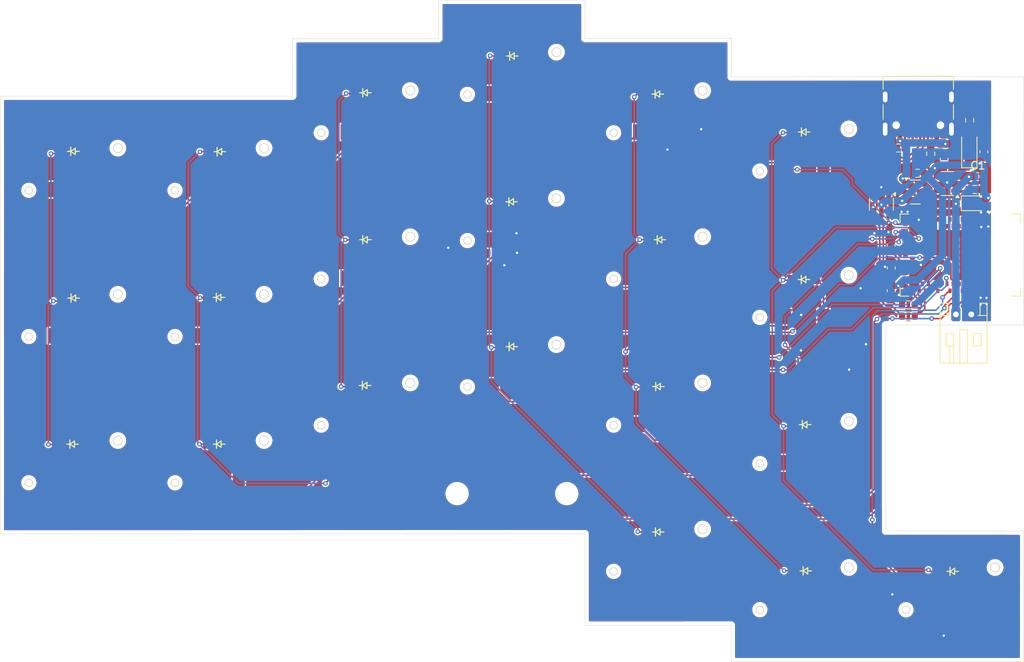
<source format=kicad_pcb>
(kicad_pcb (version 20241229) (generator "pcbnew") (generator_version "9.0")
  (layers (0 "F.Cu" signal) (2 "B.Cu" signal) (13 "F.Paste" user) (15 "B.Paste" user) (5 "F.SilkS" user "F.Silkscreen") (7 "B.SilkS" user "B.Silkscreen") (1 "F.Mask" user) (3 "B.Mask" user) (25 "Edge.Cuts" user))
  (net 0 "")
  (net 1 "Net-(D1-A)")
  (net 2 "COL0")
  (net 3 "Net-(D2-A)")
  (net 4 "COL1")
  (net 5 "COL2")
  (net 6 "Net-(D3-A)")
  (net 7 "Net-(D4-A)")
  (net 8 "COL3")
  (net 9 "COL4")
  (net 10 "Net-(D5-A)")
  (net 11 "COL5")
  (net 12 "Net-(D6-A)")
  (net 13 "Net-(D7-A)")
  (net 14 "Net-(D8-A)")
  (net 15 "Net-(D9-A)")
  (net 16 "Net-(D10-A)")
  (net 17 "Net-(D11-A)")
  (net 18 "Net-(D12-A)")
  (net 19 "Net-(D13-A)")
  (net 20 "Net-(D14-A)")
  (net 21 "Net-(D15-A)")
  (net 22 "Net-(D16-A)")
  (net 23 "Net-(D17-A)")
  (net 24 "Net-(D18-A)")
  (net 27 "GND")
  (net 28 "ROW0")
  (net 29 "ROW1")
  (net 30 "ROW2")
  (net 31 "FN")
  (net 32 "FP")
  (net 37 "+5V")
  (net 38 "USBDN")
  (net 39 "Net-(J1-CC1)")
  (net 41 "Net-(J1-CC2)")
  (net 42 "USBDP")
  (net 52 "Net-(U1-VDD)")
  (net 75 "Net-(D25-A)")
  (net 76 "Net-(D26-A)")
  (net 77 "Net-(D27-A)")
  (net 78 "ROW4")
  (net 79 "VBAT")
  (net 80 "VUSB")
  (net 81 "Net-(D29-K)")
  (net 82 "Net-(U2-PROG)")
  (net 83 "Net-(U2-STAT)")
  (footprint "ScottoKeebs_Components:Diode_SOD-123" (layer "F.Cu") (at 192.6225 124.47)
    (property "Reference" "D27" (hide yes))
    (property "Value" "D")
  )
  (footprint "PG1316S:CPG1316S01D02_kailhspecsheet_mikefive" (layer "F.Cu") (at 97.0925 110.1725)
    (property "Reference" "SW14" (hide yes))
    (property "Value" "SW_Push_3pin_GND" (hide yes))
    (fp_circle (center -5.8 2.75) (end -5.3 2.75) (stroke (width 0.1)) (fill no) (layer "Edge.Cuts"))
    (fp_circle (center 5.8 -2.75) (end 6.4 -2.75) (stroke (width 0.1)) (fill no) (layer "Edge.Cuts"))
  )
  (footprint "ScottoKeebs_Components:Diode_SOD-123" (layer "F.Cu") (at 77.9425 107.8925)
    (property "Reference" "D13" (hide yes))
    (property "Value" "D")
  )
  (footprint "Capacitor_SMD:C_0603_1608Metric" (layer "F.Cu") (at 196.6825 69.8025 90)
    (property "Reference" "C11" (hide yes))
    (property "Value" "10uF" (hide yes))
  )
  (footprint "PG1316S:CPG1316S01D02_kailhspecsheet_mikefive" (layer "F.Cu") (at 116.1425 64.5725)
    (property "Reference" "SW3" (hide yes))
    (property "Value" "SW_Push_3pin_GND" (hide yes))
    (fp_circle (center -5.8 2.75) (end -5.3 2.75) (stroke (width 0.1)) (fill no) (layer "Edge.Cuts"))
    (fp_circle (center 5.8 -2.75) (end 6.4 -2.75) (stroke (width 0.1)) (fill no) (layer "Edge.Cuts"))
  )
  (footprint "PG1316S:CPG1316S01D02_kailhspecsheet_mikefive" (layer "F.Cu") (at 173.3 126.71375)
    (property "Reference" "SW26" (hide yes))
    (property "Value" "SW_Push_3pin_GND" (hide yes))
    (fp_circle (center -5.8 2.75) (end -5.3 2.75) (stroke (width 0.1)) (fill no) (layer "Edge.Cuts"))
    (fp_circle (center 5.8 -2.75) (end 6.4 -2.75) (stroke (width 0.1)) (fill no) (layer "Edge.Cuts"))
  )
  (footprint "Connector_USB:USB_C_Receptacle_G-Switch_GT-USB-7010ASV" (layer "F.Cu") (at 188.1425 63.7275 180)
    (property "Reference" "J1" (hide yes))
    (property "Value" "USB_C_Receptacle_USB2.0_16P" (hide yes))
  )
  (footprint "Capacitor_SMD:C_0603_1608Metric" (layer "F.Cu") (at 184.6125 84.9475 90)
    (property "Reference" "C4" (hide yes))
    (property "Value" "10uF" (hide yes))
  )
  (footprint "PG1316S:CPG1316S01D02_kailhspecsheet_mikefive" (layer "F.Cu") (at 116.1425 102.6725)
    (property "Reference" "SW15" (hide yes))
    (property "Value" "SW_Push_3pin_GND" (hide yes))
    (fp_circle (center -5.8 2.75) (end -5.3 2.75) (stroke (width 0.1)) (fill no) (layer "Edge.Cuts"))
    (fp_circle (center 5.8 -2.75) (end 6.4 -2.75) (stroke (width 0.1)) (fill no) (layer "Edge.Cuts"))
  )
  (footprint "PG1316S:CPG1316S01D02_kailhspecsheet_mikefive" (layer "F.Cu") (at 135.1925 78.6225)
    (property "Reference" "SW10" (hide yes))
    (property "Value" "SW_Push_3pin_GND" (hide yes))
    (fp_circle (center -5.8 2.75) (end -5.3 2.75) (stroke (width 0.1)) (fill no) (layer "Edge.Cuts"))
    (fp_circle (center 5.8 -2.75) (end 6.4 -2.75) (stroke (width 0.1)) (fill no) (layer "Edge.Cuts"))
  )
  (footprint "Resistor_SMD:R_0603_1608Metric" (layer "F.Cu") (at 186.8475 89.7525)
    (property "Reference" "R1" (hide yes))
    (property "Value" "27" (hide yes))
  )
  (footprint "PG1316S:CPG1316S01D02_kailhspecsheet_mikefive" (layer "F.Cu") (at 173.2925 69.5725)
    (property "Reference" "SW6" (hide yes))
    (property "Value" "SW_Push_3pin_GND" (hide yes))
    (fp_circle (center -5.8 2.75) (end -5.3 2.75) (stroke (width 0.1)) (fill no) (layer "Edge.Cuts"))
    (fp_circle (center 5.8 -2.75) (end 6.4 -2.75) (stroke (width 0.1)) (fill no) (layer "Edge.Cuts"))
  )
  (footprint "ScottoKeebs_Components:Diode_SOD-123" (layer "F.Cu") (at 173.2625 67.2225)
    (property "Reference" "D6" (hide yes))
    (property "Value" "D")
  )
  (footprint "PG1316S:CPG1316S01D02_kailhspecsheet_mikefive" (layer "F.Cu") (at 154.2425 102.6725)
    (property "Reference" "SW17" (hide yes))
    (property "Value" "SW_Push_3pin_GND" (hide yes))
    (fp_circle (center -5.8 2.75) (end -5.3 2.75) (stroke (width 0.1)) (fill no) (layer "Edge.Cuts"))
    (fp_circle (center 5.8 -2.75) (end 6.4 -2.75) (stroke (width 0.1)) (fill no) (layer "Edge.Cuts"))
  )
  (footprint "Connector_JST:JST_PH_S2B-PH-K_1x02_P2.00mm_Horizontal" (layer "F.Cu") (at 193.0425 90.99)
    (property "Reference" "BT1" (hide yes))
    (property "Value" "Battery" (hide yes))
  )
  (footprint "ScottoKeebs_Components:Diode_SOD-123" (layer "F.Cu") (at 78.0925 88.8625)
    (property "Reference" "D7" (hide yes))
    (property "Value" "D")
  )
  (footprint "ScottoKeebs_Components:Diode_SOD-123" (layer "F.Cu") (at 97.1225 69.7825)
    (property "Reference" "D2" (hide yes))
    (property "Value" "D")
  )
  (footprint "ScottoKeebs_Components:Diode_SOD-123" (layer "F.Cu") (at 173.3825 105.3525)
    (property "Reference" "D18" (hide yes))
    (property "Value" "D")
  )
  (footprint "PG1316S:CPG1316S01D02_kailhspecsheet_mikefive" (layer "F.Cu") (at 192.3425 126.72)
    (property "Reference" "SW27" (hide yes))
    (property "Value" "SW_Push_3pin_GND" (hide yes))
    (fp_circle (center -5.8 2.75) (end -5.3 2.75) (stroke (width 0.1)) (fill no) (layer "Edge.Cuts"))
    (fp_circle (center 5.8 -2.75) (end 6.4 -2.75) (stroke (width 0.1)) (fill no) (layer "Edge.Cuts"))
  )
  (footprint "PG1316S:CPG1316S01D02_kailhspecsheet_mikefive" (layer "F.Cu") (at 154.2425 64.5725)
    (property "Reference" "SW5" (hide yes))
    (property "Value" "SW_Push_3pin_GND" (hide yes))
    (fp_circle (center -5.8 2.75) (end -5.3 2.75) (stroke (width 0.1)) (fill no) (layer "Edge.Cuts"))
    (fp_circle (center 5.8 -2.75) (end 6.4 -2.75) (stroke (width 0.1)) (fill no) (layer "Edge.Cuts"))
  )
  (footprint "PG1316S:CPG1316S01D02_kailhspecsheet_mikefive" (layer "F.Cu") (at 135.1925 97.6725)
    (property "Reference" "SW16" (hide yes))
    (property "Value" "SW_Push_3pin_GND" (hide yes))
    (fp_circle (center -5.8 2.75) (end -5.3 2.75) (stroke (width 0.1)) (fill no) (layer "Edge.Cuts"))
    (fp_circle (center 5.8 -2.75) (end 6.4 -2.75) (stroke (width 0.1)) (fill no) (layer "Edge.Cuts"))
  )
  (footprint "PG1316S:CPG1316S01D02_kailhspecsheet_mikefive" (layer "F.Cu") (at 154.24375 121.72)
    (property "Reference" "SW25" (hide yes))
    (property "Value" "SW_Push_3pin_GND" (hide yes))
    (fp_circle (center -5.8 2.75) (end -5.3 2.75) (stroke (width 0.1)) (fill no) (layer "Edge.Cuts"))
    (fp_circle (center 5.8 -2.75) (end 6.4 -2.75) (stroke (width 0.1)) (fill no) (layer "Edge.Cuts"))
  )
  (footprint "Package_TO_SOT_SMD:SOT-23-5" (layer "F.Cu") (at 191.9525 73.94 180)
    (property "Reference" "U2" (hide yes))
    (property "Value" "MCP73831-2-OT" (hide yes))
  )
  (footprint "PG1316S:CPG1316S01D02_kailhspecsheet_mikefive" (layer "F.Cu") (at 78.0425 91.1225)
    (property "Reference" "SW7" (hide yes))
    (property "Value" "SW_Push_3pin_GND" (hide yes))
    (fp_circle (center -5.8 2.75) (end -5.3 2.75) (stroke (width 0.1)) (fill no) (layer "Edge.Cuts"))
    (fp_circle (center 5.8 -2.75) (end 6.4 -2.75) (stroke (width 0.1)) (fill no) (layer "Edge.Cuts"))
  )
  (footprint "Capacitor_SMD:C_0603_1608Metric" (layer "F.Cu") (at 195.9025 73.03)
    (property "Reference" "C1")
    (property "Value" "4.7uF" (hide yes))
  )
  (footprint "ScottoKeebs_Components:Diode_SOD-123" (layer "F.Cu") (at 97.0225 88.7725)
    (property "Reference" "D8" (hide yes))
    (property "Value" "D")
  )
  (footprint "MountingHole:MountingHole_2.7mm_M2.5" (layer "F.Cu") (at 128.04875 114.34125)
    (property "Reference" "H1" (hide yes))
    (property "Value" "MountingHole" (hide yes))
  )
  (footprint "PG1316S:CPG1316S01D02_kailhspecsheet_mikefive" (layer "F.Cu") (at 135.1925 59.5725)
    (property "Reference" "SW4" (hide yes))
    (property "Value" "SW_Push_3pin_GND" (hide yes))
    (fp_circle (center -5.8 2.75) (end -5.3 2.75) (stroke (width 0.1)) (fill no) (layer "Edge.Cuts"))
    (fp_circle (center 5.8 -2.75) (end 6.4 -2.75) (stroke (width 0.1)) (fill no) (layer "Edge.Cuts"))
  )
  (footprint "Resistor_SMD:R_0603_1608Metric" (layer "F.Cu") (at 188.0525 72.6025 180)
    (property "Reference" "R11" (hide yes))
    (property "Value" "2k" (hide yes))
  )
  (footprint "PG1316S:CPG1316S01D02_kailhspecsheet_mikefive" (layer "F.Cu") (at 173.2925 88.6225)
    (property "Reference" "SW12" (hide yes))
    (property "Value" "SW_Push_3pin_GND" (hide yes))
    (fp_circle (center -5.8 2.75) (end -5.3 2.75) (stroke (width 0.1)) (fill no) (layer "Edge.Cuts"))
    (fp_circle (center 5.8 -2.75) (end 6.4 -2.75) (stroke (width 0.1)) (fill no) (layer "Edge.Cuts"))
  )
  (footprint "ScottoKeebs_Components:Diode_SOD-123" (layer "F.Cu") (at 173.48 124.41375)
    (property "Reference" "D26" (hide yes))
    (property "Value" "D")
  )
  (footprint "Diode_SMD:D_SOD-123" (layer "F.Cu") (at 194.7925 69.52 90)
    (property "Reference" "D28" (hide yes))
    (property "Value" "MBR0540" (hide yes))
  )
  (footprint "PG1316S:CPG1316S01D02_kailhspecsheet_mikefive" (layer "F.Cu") (at 116.1425 83.6225)
    (property "Reference" "SW9" (hide yes))
    (property "Value" "SW_Push_3pin_GND" (hide yes))
    (fp_circle (center -5.8 2.75) (end -5.3 2.75) (stroke (width 0.1)) (fill no) (layer "Edge.Cuts"))
    (fp_circle (center 5.8 -2.75) (end 6.4 -2.75) (stroke (width 0.1)) (fill no) (layer "Edge.Cuts"))
  )
  (footprint "Resistor_SMD:R_0603_1608Metric" (layer "F.Cu") (at 195.4925 74.7125)
    (property "Reference" "R12" (hide yes))
    (property "Value" "0.47k" (hide yes))
  )
  (footprint "ScottoKeebs_Components:Diode_SOD-123" (layer "F.Cu") (at 173.2425 86.4425)
    (property "Reference" "D12" (hide yes))
    (property "Value" "D")
  )
  (footprint "Resistor_SMD:R_0603_1608Metric" (layer "F.Cu") (at 185.5425 69.3125)
    (property "Reference" "R4" (hide yes))
    (property "Value" "5k1" (hide yes))
  )
  (footprint "PG1316S:CPG1316S01D02_kailhspecsheet_mikefive" (layer "F.Cu") (at 78.0425 72.0725)
    (property "Reference" "SW1" (hide yes))
    (property "Value" "SW_Push_3pin_GND" (hide yes))
    (fp_circle (center -5.8 2.75) (end -5.3 2.75) (stroke (width 0.1)) (fill no) (layer "Edge.Cuts"))
    (fp_circle (center 5.8 -2.75) (end 6.4 -2.75) (stroke (width 0.1)) (fill no) (layer "Edge.Cuts"))
  )
  (footprint "ScottoKeebs_Components:Diode_SOD-123" (layer "F.Cu") (at 135.1425 76.3125)
    (property "Reference" "D10" (hide yes))
    (property "Value" "D")
  )
  (footprint "Resistor_SMD:R_0603_1608Metric" (layer "F.Cu") (at 189.7525 70.0525 90)
    (property "Reference" "R3" (hide yes))
    (property "Value" "5k1")
  )
  (footprint "PG1316S:CPG1316S01D02_kailhspecsheet_mikefive" (layer "F.Cu") (at 154.2425 83.6225)
    (property "Reference" "SW11" (hide yes))
    (property "Value" "SW_Push_3pin_GND" (hide yes))
    (fp_circle (center -5.8 2.75) (end -5.3 2.75) (stroke (width 0.1)) (fill no) (layer "Edge.Cuts"))
    (fp_circle (center 5.8 -2.75) (end 6.4 -2.75) (stroke (width 0.1)) (fill no) (layer "Edge.Cuts"))
  )
  (footprint "ScottoKeebs_Components:Diode_SOD-123" (layer "F.Cu") (at 154.2725 100.3925)
    (property "Reference" "D17" (hide yes))
    (property "Value" "D")
  )
  (footprint "Capacitor_SMD:C_0603_1608Metric" (layer "F.Cu") (at 184.6025 81.9775 90)
    (property "Reference" "C2" (hide yes))
    (property "Value" "10uF" (hide yes))
  )
  (footprint "Resistor_SMD:R_0603_1608Metric" (layer "F.Cu") (at 194.8425 65.6925 90)
    (property "Reference" "R7" (hide yes))
    (property "Value" "10k" (hide yes))
  )
  (footprint "ScottoKeebs_Components:Diode_SOD-123" (layer "F.Cu") (at 135.1725 95.1925)
    (property "Reference" "D16" (hide yes))
    (property "Value" "D" (hide yes))
  )
  (footprint "PG1316S:CPG1316S01D02_kailhspecsheet_mikefive" (layer "F.Cu") (at 173.2925 107.6725)
    (property "Reference" "SW18" (hide yes))
    (property "Value" "SW_Push_3pin_GND" (hide yes))
    (fp_circle (center -5.8 2.75) (end -5.3 2.75) (stroke (width 0.1)) (fill no) (layer "Edge.Cuts"))
    (fp_circle (center 5.8 -2.75) (end 6.4 -2.75) (stroke (width 0.1)) (fill no) (layer "Edge.Cuts"))
  )
  (footprint "ScottoKeebs_Components:Diode_SOD-123" (layer "F.Cu") (at 135.2425 57.3225)
    (property "Reference" "D4" (hide yes))
    (property "Value" "D")
  )
  (footprint "PG1316S:CPG1316S01D02_kailhspecsheet_mikefive" (layer "F.Cu") (at 97.0925 72.0725)
    (property "Reference" "SW2" (hide yes))
    (property "Value" "SW_Push_3pin_GND" (hide yes))
    (fp_circle (center -5.8 2.75) (end -5.3 2.75) (stroke (width 0.1)) (fill no) (layer "Edge.Cuts"))
    (fp_circle (center 5.8 -2.75) (end 6.4 -2.75) (stroke (width 0.1)) (fill no) (layer "Edge.Cuts"))
  )
  (footprint "PG1316S:CPG1316S01D02_kailhspecsheet_mikefive" (layer "F.Cu") (at 78.0425 110.1725)
    (property "Reference" "SW13" (hide yes))
    (property "Value" "SW_Push_3pin_GND" (hide yes))
    (fp_circle (center -5.8 2.75) (end -5.3 2.75) (stroke (width 0.1)) (fill no) (layer "Edge.Cuts"))
    (fp_circle (center 5.8 -2.75) (end 6.4 -2.75) (stroke (width 0.1)) (fill no) (layer "Edge.Cuts"))
  )
  (footprint "ScottoKeebs_Components:Diode_SOD-123" (layer "F.Cu") (at 116.0525 100.2525)
    (property "Reference" "D15" (hide yes))
    (property "Value" "D")
  )
  (footprint "MountingHole:MountingHole_2.7mm_M2.5" (layer "F.Cu") (at 142.33625 114.34125)
    (property "Reference" "H2" (hide yes))
    (property "Value" "MountingHole" (hide yes))
  )
  (footprint "ScottoKeebs_Components:Diode_SOD-123" (layer "F.Cu") (at 97.0425 107.8925)
    (property "Reference" "D14" (hide yes))
    (property "Value" "D")
  )
  (footprint "PG1316S:CPG1316S01D02_kailhspecsheet_mikefive" (layer "F.Cu") (at 97.0925 91.1225)
    (property "Reference" "SW8" (hide yes))
    (property "Value" "SW_Push_3pin_GND" (hide yes))
    (fp_circle (center -5.8 2.75) (end -5.3 2.75) (stroke (width 0.1)) (fill no) (layer "Edge.Cuts"))
    (fp_circle (center 5.8 -2.75) (end 6.4 -2.75) (stroke (width 0.1)) (fill no) (layer "Edge.Cuts"))
  )
  (footprint "ScottoKeebs_Components:Diode_SOD-123" (layer "F.Cu") (at 154.2425 119.34125)
    (property "Reference" "D25" (hide yes))
    (property "Value" "D")
  )
  (footprint "RF_Module:Raytac_MDBT50Q" (layer "F.Cu") (at 193.6225 83.26 -90)
    (property "Reference" "U1" (hide yes))
    (property "Value" "MDBT50Q-1MV2" (hide yes))
  )
  (footprint "ScottoKeebs_Components:Diode_SOD-123" (layer "F.Cu") (at 116.1025 62.1125)
    (property "Reference" "D3" (hide yes))
    (property "Value" "D")
  )
  (footprint "ScottoKeebs_Components:Diode_SOD-123" (layer "F.Cu") (at 116.1025 81.2525)
    (property "Reference" "D9" (hide yes))
    (property "Value" "D")
  )
  (footprint "Capacitor_SMD:C_0603_1608Metric" (layer "F.Cu") (at 184.6125 87.9025 -90)
    (property "Reference" "C3" (hide yes))
    (property "Value" "10uF" (hide yes))
  )
  (footprint "ScottoKeebs_Components:Diode_SOD-123" (layer "F.Cu") (at 154.4725 81.2625)
    (property "Reference" "D11" (hide yes))
    (property "Value" "D")
  )
  (footprint "ScottoKeebs_Components:Diode_SOD-123" (layer "F.Cu") (at 78.0525 69.7425)
    (property "Reference" "D1" (hide yes))
    (property "Value" "D" (hide yes))
  )
  (footprint "ScottoKeebs_Components:Diode_SOD-123" (layer "F.Cu") (at 154.1925 62.2825)
    (property "Reference" "D5" (hide yes))
    (property "Value" "D")
  )
  (footprint "Package_TO_SOT_SMD:SOT-23-6" (layer "F.Cu") (at 183.3325 76.6425 -90)
    (property "Reference" "U4" (hide yes))
    (property "Value" "USBLC6-2SC6" (hide yes))
  )
  (footprint "Package_TO_SOT_SMD:SOT-23" (layer "F.Cu") (at 187.7625 75.04)
    (property "Reference" "Q1" (hide yes))
    (property "Value" "AO3401A" (hide yes))
  )
  (footprint "LED_SMD:LED_0805_2012Metric" (layer "F.Cu") (at 195.42 76.51)
    (property "Reference" "D29" (hide yes))
    (property "Value" "Orange" (hide yes))
  )
  (footprint "Resistor_SMD:R_0603_1608Metric" (layer "F.Cu") (at 186.8525 91.2125)
    (property "Reference" "R2" (hide yes))
    (property "Value" "27" (hide yes))
  )
  (footprint "Capacitor_SMD:C_0603_1608Metric" (layer "F.Cu") (at 191.5125 70.7675 90)
    (property "Reference" "C22" (hide yes))
    (property "Value" "4.7uF" (hide yes))
  )
  (gr_line (start 144.7175 119.57625) (end 68.512495 119.600037) (stroke (width 0.05)) (layer "Edge.Cuts"))
  (gr_line (start 201.8675 136.245) (end 201.897191 119.217633) (stroke (width 0.05)) (layer "Edge.Cuts"))
  (gr_line (start 183.8925 92.3725) (end 201.846982 92.3725) (stroke (width 0.05)) (layer "Edge.Cuts"))
  (gr_line (start 125.6675 50.0475) (end 144.7125 50.0475) (stroke (width 0.05)) (layer "Edge.Cuts"))
  (gr_line (start 125.6625 55.0525) (end 106.6175 55.0525) (stroke (width 0.05)) (layer "Edge.Cuts"))
  (gr_line (start 163.7675 136.245) (end 163.7675 131.4825) (stroke (width 0.05)) (layer "Edge.Cuts"))
  (gr_line (start 144.7175 131.4825) (end 144.7175 119.57625) (stroke (width 0.05)) (layer "Edge.Cuts"))
  (gr_line (start 68.5225 62.5475) (end 68.512495 119.600037) (stroke (width 0.05)) (layer "Edge.Cuts"))
  (gr_line (start 144.7125 50.0475) (end 144.7125 55.0425) (stroke (width 0.05)) (layer "Edge.Cuts"))
  (gr_line (start 201.896982 119.217492) (end 183.8925 119.2125) (stroke (width 0.05)) (layer "Edge.Cuts"))
  (gr_line (start 163.7675 131.4825) (end 144.7175 131.4825) (stroke (width 0.05)) (layer "Edge.Cuts"))
  (gr_line (start 201.8675 136.245) (end 163.7675 136.245) (stroke (width 0.05)) (layer "Edge.Cuts"))
  (gr_line (start 201.842678 60.021408) (end 201.846982 92.3725) (stroke (width 0.05)) (layer "Edge.Cuts"))
  (gr_line (start 144.7125 55.0425) (end 163.7625 55.0425) (stroke (width 0.05)) (layer "Edge.Cuts"))
  (gr_line (start 163.7625 55.0425) (end 163.7625 60.0525) (stroke (width 0.05)) (layer "Edge.Cuts"))
  (gr_line (start 183.8925 119.2125) (end 183.8925 92.3725) (stroke (width 0.05)) (layer "Edge.Cuts"))
  (gr_line (start 163.7625 60.0525) (end 201.842678 60.021408) (stroke (width 0.05)) (layer "Edge.Cuts"))
  (gr_line (start 68.6625 62.5475) (end 68.5225 62.5475) (stroke (width 0.05)) (layer "Edge.Cuts"))
  (gr_line (start 106.6175 62.5475) (end 106.6175 55.0525) (stroke (width 0.05)) (layer "Edge.Cuts"))
  (gr_line (start 68.6625 62.5475) (end 106.6175 62.5475) (stroke (width 0.05)) (layer "Edge.Cuts"))
  (gr_line (start 125.6625 55.0525) (end 125.6675 50.0475) (stroke (width 0.05)) (layer "Edge.Cuts"))
  (segment (start 79.7025 69.7425) (end 79.7025 74.6125) (width 0.2) (layer "F.Cu") (net 1))
  (segment (start 74.4665 109.7185) (end 74.4665 114.1235) (width 0.2) (layer "F.Cu") (net 2))
  (segment (start 191.13 91.5325) (end 189.8925 91.5325) (width 0.2) (layer "F.Cu") (net 2))
  (segment (start 181.5515 117.621) (end 181.5515 117.501057) (width 0.2) (layer "F.Cu") (net 2))
  (segment (start 192.1415 89.811) (end 192.3625 89.59) (width 0.2) (layer "F.Cu") (net 2))
  (segment (start 193.5125 89.59) (end 193.8525 89.25) (width 0.2) (layer "F.Cu") (net 2))
  (segment (start 76.2925 107.8925) (end 74.4665 109.7185) (width 0.2) (layer "F.Cu") (net 2))
  (segment (start 76.2425 107.9425) (end 76.2925 107.8925) (width 0.2) (layer "F.Cu") (net 2))
  (segment (start 74.7825 107.9425) (end 76.2425 107.9425) (width 0.2) (layer "F.Cu") (net 2))
  (segment (start 192.3625 89.59) (end 193.5125 89.59) (width 0.2) (layer "F.Cu") (net 2))
  (segment (start 104.7435 114.8715) (end 107.516699 117.644699) (width 0.2) (layer "F.Cu") (net 2))
  (segment (start 76.0625 89.2425) (end 76.4425 88.8625) (width 0.2) (layer "F.Cu") (net 2))
  (segment (start 181.527801 117.644699) (end 181.5515 117.621) (width 0.2) (layer "F.Cu") (net 2))
  (segment (start 193.8525 89.25) (end 193.8525 88.83) (width 0.2) (layer "F.Cu") (net 2))
  (segment (start 182.0235 117.149) (end 183.2525 115.92) (width 0.2) (layer "F.Cu") (net 2))
  (segment (start 183.2525 115.92) (end 183.2525 92.152558) (width 0.2) (layer "F.Cu") (net 2))
  (segment (start 193.8725 88.81) (end 193.8725 87.91) (width 0.2) (layer "F.Cu") (net 2))
  (segment (start 75.2145 114.8715) (end 104.7435 114.8715) (width 0.2) (layer "F.Cu") (net 2))
  (segment (start 76.1025 70.0425) (end 76.4025 69.7425) (width 0.2) (layer "F.Cu") (net 2))
  (segment (start 181.903557 117.149) (end 182.0235 117.149) (width 0.2) (layer "F.Cu") (net 2))
  (segment (start 192.1415 90.521) (end 192.1415 89.811) (width 0.2) (layer "F.Cu") (net 2))
  (segment (start 183.2525 92.152558) (end 183.872558 91.5325) (width 0.2) (layer "F.Cu") (net 2))
  (segment (start 192.1415 90.521) (end 191.13 91.5325) (width 0.2) (layer "F.Cu") (net 2))
  (segment (start 74.4665 114.1235) (end 75.2145 114.8715) (width 0.2) (layer "F.Cu") (net 2))
  (segment (start 181.5515 117.501057) (end 181.903557 117.149) (width 0.2) (layer "F.Cu") (net 2))
  (segment (start 183.872558 91.5325) (end 184.762928 91.5325) (width 0.2) (layer "F.Cu") (net 2))
  (segment (start 107.516699 117.644699) (end 181.527801 117.644699) (width 0.2) (layer "F.Cu") (net 2))
  (segment (start 193.8525 88.83) (end 193.8725 88.81) (width 0.2) (layer "F.Cu") (net 2))
  (segment (start 75.1225 70.0425) (end 76.1025 70.0425) (width 0.2) (layer "F.Cu") (net 2))
  (segment (start 75.4425 89.2425) (end 76.0625 89.2425) (width 0.2) (layer "F.Cu") (net 2))
  (via (at 184.762928 91.5325) (size 0.6) (drill 0.3) (layers "F.Cu" "B.Cu") (net 2))
  (via (at 75.4425 89.2425) (size 0.6) (drill 0.3) (layers "F.Cu" "B.Cu") (net 2))
  (via (at 74.7825 107.9425) (size 0.6) (drill 0.3) (layers "F.Cu" "B.Cu") (net 2))
  (via (at 189.8925 91.5325) (size 0.6) (drill 0.3) (layers "F.Cu" "B.Cu") (net 2))
  (via (at 75.1225 70.0425) (size 0.6) (drill 0.3) (layers "F.Cu" "B.Cu") (net 2))
  (segment (start 75.4425 89.2425) (end 75.1225 88.9225) (width 0.2) (layer "B.Cu") (net 2))
  (segment (start 74.7825 89.9025) (end 75.4425 89.2425) (width 0.2) (layer "B.Cu") (net 2))
  (segment (start 75.1225 88.9225) (end 75.1225 70.0425) (width 0.2) (layer "B.Cu") (net 2))
  (segment (start 184.762928 91.5325) (end 189.8925 91.5325) (width 0.2) (layer "B.Cu") (net 2))
  (segment (start 74.7825 107.9425) (end 74.7825 89.9025) (width 0.2) (layer "B.Cu") (net 2))
  (segment (start 99.5925 74.7225) (end 99.5925 70.6025) (width 0.2) (layer "F.Cu") (net 3))
  (segment (start 99.5925 70.6025) (end 98.7725 69.7825) (width 0.2) (layer "F.Cu") (net 3))
  (segment (start 191.5415 89.8439) (end 191.5415 90.169528) (width 0.2) (layer "F.Cu") (net 4))
  (segment (start 110.8925 113) (end 111.9325 111.96) (width 0.2) (layer "F.Cu") (net 4))
  (segment (start 182.4025 113.75) (end 182.4025 91.949226) (width 0.2) (layer "F.Cu") (net 4))
  (segment (start 111.9325 111.96) (end 160.7225 111.96) (width 0.2) (layer "F.Cu") (net 4))
  (segment (start 95.4725 69.7825) (end 94.5525 69.7825) (width 0.2) (layer "F.Cu") (net 4))
  (segment (start 94.5725 88.8225) (end 95.3225 88.8225) (width 0.2) (layer "F.Cu") (net 4))
  (segment (start 160.7225 111.96) (end 164.5925 115.83) (width 0.2) (layer "F.Cu") (net 4))
  (segment (start 94.4725 107.8925) (end 95.3925 107.8925) (width 0.2) (layer "F.Cu") (net 4))
  (segment (start 193.0725 88.3129) (end 191.5415 89.8439) (width 0.2) (layer "F.Cu") (net 4))
  (segment (start 182.4025 91.949226) (end 182.7525 91.599226) (width 0.2) (layer "F.Cu") (net 4))
  (segment (start 164.5925 115.83) (end 180.3225 115.83) (width 0.2) (layer "F.Cu") (net 4))
  (segment (start 94.5525 69.7825) (end 94.5425 69.7925) (width 0.2) (layer "F.Cu") (net 4))
  (segment (start 180.3225 115.83) (end 182.4025 113.75) (width 0.2) (layer "F.Cu") (net 4))
  (segment (start 95.3225 88.8225) (end 95.3725 88.7725) (width 0.2) (layer "F.Cu") (net 4))
  (segment (start 193.0725 87.91) (end 193.0725 88.3129) (width 0.2) (layer "F.Cu") (net 4))
  (via (at 110.8925 113) (size 0.6) (drill 0.3) (layers "F.Cu" "B.Cu") (net 4))
  (via (at 94.5425 69.7925) (size 0.6) (drill 0.3) (layers "F.Cu" "B.Cu") (net 4))
  (via (at 94.5725 88.8225) (size 0.6) (drill 0.3) (layers "F.Cu" "B.Cu") (net 4))
  (via (at 182.7525 91.599226) (size 0.6) (drill 0.3) (layers "F.Cu" "B.Cu") (net 4))
  (via (at 191.5415 90.169528) (size 0.6) (drill 0.3) (layers "F.Cu" "B.Cu") (net 4))
  (via (at 94.4725 107.8925) (size 0.6) (drill 0.3) (layers "F.Cu" "B.Cu") (net 4))
  (segment (start 94.5425 69.7925) (end 93.0225 71.3125) (width 0.2) (layer "B.Cu") (net 4))
  (segment (start 183.419226 90.9325) (end 190.778528 90.9325) (width 0.2) (layer "B.Cu") (net 4))
  (segment (start 99.58 113) (end 94.4725 107.8925) (width 0.2) (layer "B.Cu") (net 4))
  (segment (start 182.7525 91.599226) (end 183.419226 90.9325) (width 0.2) (layer "B.Cu") (net 4))
  (segment (start 94.5725 88.8225) (end 94.2415 89.1535) (width 0.2) (layer "B.Cu") (net 4))
  (segment (start 94.2415 89.1535) (end 94.2415 107.6615) (width 0.2) (layer "B.Cu") (net 4))
  (segment (start 110.8925 113) (end 99.58 113) (width 0.2) (layer "B.Cu") (net 4))
  (segment (start 93.0225 71.3125) (end 93.0225 87.2725) (width 0.2) (layer "B.Cu") (net 4))
  (segment (start 94.2415 107.6615) (end 94.4725 107.8925) (width 0.2) (layer "B.Cu") (net 4))
  (segment (start 190.778528 90.9325) (end 191.5415 90.169528) (width 0.2) (layer "B.Cu") (net 4))
  (segment (start 93.0225 87.2725) (end 94.5725 88.8225) (width 0.2) (layer "B.Cu") (net 4))
  (segment (start 192.6725 86.631622) (end 192.3925 86.351622) (width 0.2) (layer "F.Cu") (net 5))
  (segment (start 113.5825 62.2025) (end 114.4825 62.2025) (width 0.2) (layer "F.Cu") (net 5))
  (segment (start 192.6725 87.01) (end 192.6725 86.631622) (width 0.2) (layer "F.Cu") (net 5))
  (segment (start 192.3925 84.4) (end 191.5625 83.57) (width 0.2) (layer "F.Cu") (net 5))
  (segment (start 192.3925 86.351622) (end 192.3925 84.4) (width 0.2) (layer "F.Cu") (net 5))
  (segment (start 171.62 93.3225) (end 123.1 93.3225) (width 0.2) (layer "F.Cu") (net 5))
  (segment (start 113.4825 81.2825) (end 114.4225 81.2825) (width 0.2) (layer "F.Cu") (net 5))
  (segment (start 123.1 93.3225) (end 116.17 100.2525) (width 0.2) (layer "F.Cu") (net 5))
  (segment (start 112.9325 100.3925) (end 114.2625 100.3925) (width 0.2) (layer "F.Cu") (net 5))
  (segment (start 191.5625 83.57) (end 188.3325 83.57) (width 0.2) (layer "F.Cu") (net 5))
  (segment (start 114.4825 62.2025) (end 114.5025 62.1825) (width 0.2) (layer "F.Cu") (net 5))
  (segment (start 114.4225 81.2825) (end 114.4525 81.2525) (width 0.2) (layer "F.Cu") (net 5))
  (segment (start 114.2625 100.3925) (end 114.4025 100.2525) (width 0.2) (layer "F.Cu") (net 5))
  (segment (start 171.7425 93.2) (end 171.62 93.3225) (width 0.2) (layer "F.Cu") (net 5))
  (segment (start 116.17 100.2525) (end 114.4025 100.2525) (width 0.2) (layer "F.Cu") (net 5))
  (via (at 188.3325 83.57) (size 0.6) (drill 0.3) (layers "F.Cu" "B.Cu") (net 5))
  (via (at 171.7425 93.2) (size 0.6) (drill 0.3) (layers "F.Cu" "B.Cu") (net 5))
  (via (at 113.5825 62.2025) (size 0.6) (drill 0.3) (layers "F.Cu" "B.Cu") (net 5))
  (via (at 112.9325 100.3925) (size 0.6) (drill 0.3) (layers "F.Cu" "B.Cu") (net 5))
  (via (at 113.4825 81.2825) (size 0.6) (drill 0.3) (layers "F.Cu" "B.Cu") (net 5))
  (segment (start 112.9325 81.8325) (end 113.4825 81.2825) (width 0.2) (layer "B.Cu") (net 5))
  (segment (start 112.6525 63.1325) (end 113.5825 62.2025) (width 0.2) (layer "B.Cu") (net 5))
  (segment (start 177.869 87.0735) (end 171.7425 93.2) (width 0.2) (layer "B.Cu") (net 5))
  (segment (start 112.9325 100.3925) (end 112.9325 81.8325) (width 0.2) (layer "B.Cu") (net 5))
  (segment (start 112.6525 80.4525) (end 112.6525 63.1325) (width 0.2) (layer "B.Cu") (net 5))
  (segment (start 179.589971 87.0735) (end 177.869 87.0735) (width 0.2) (layer "B.Cu") (net 5))
  (segment (start 183.093471 83.57) (end 179.589971 87.0735) (width 0.2) (layer "B.Cu") (net 5))
  (segment (start 113.4825 81.2825) (end 112.6525 80.4525) (width 0.2) (layer "B.Cu") (net 5))
  (segment (start 188.3325 83.57) (end 183.093471 83.57) (width 0.2) (layer "B.Cu") (net 5))
  (segment (start 117.8025 62.1825) (end 117.8025 64.8325) (width 0.2) (layer "F.Cu") (net 6))
  (segment (start 118.6425 65.6725) (end 117.8025 64.8325) (width 0.2) (layer "F.Cu") (net 6))
  (segment (start 118.6425 67.2225) (end 118.6425 65.6725) (width 0.2) (layer "F.Cu") (net 6))
  (segment (start 137.6925 62.2225) (end 137.6925 61.2525) (width 0.2) (layer "F.Cu") (net 7))
  (segment (start 137.6925 61.2525) (end 136.7425 60.3025) (width 0.2) (layer "F.Cu") (net 7))
  (segment (start 136.7425 57.4725) (end 136.8925 57.3225) (width 0.2) (layer "F.Cu") (net 7))
  (segment (start 136.7425 60.3025) (end 136.7425 57.4725) (width 0.2) (layer "F.Cu") (net 7))
  (segment (start 132.2425 76.2425) (end 133.4225 76.2425) (width 0.2) (layer "F.Cu") (net 8))
  (segment (start 133.4225 76.2425) (end 133.4925 76.3125) (width 0.2) (layer "F.Cu") (net 8))
  (segment (start 133.5925 57.3225) (end 132.3925 57.3225) (width 0.2) (layer "F.Cu") (net 8))
  (segment (start 191.8725 87.01) (end 191.8725 86.34) (width 0.2) (layer "F.Cu") (net 8))
  (segment (start 152.5925 119.34125) (end 151.64375 119.34125) (width 0.2) (layer "F.Cu") (net 8))
  (segment (start 151.64375 119.34125) (end 151.5925 119.29) (width 0.2) (layer "F.Cu") (net 8))
  (segment (start 133.4225 95.2925) (end 133.5225 95.1925) (width 0.2) (layer "F.Cu") (net 8))
  (segment (start 132.5125 95.2925) (end 133.4225 95.2925) (width 0.2) (layer "F.Cu") (net 8))
  (segment (start 132.3925 57.3225) (end 132.3525 57.2825) (width 0.2) (layer "F.Cu") (net 8))
  (segment (start 191.8725 86.34) (end 191.7925 86.26) (width 0.2) (layer "F.Cu") (net 8))
  (segment (start 170.5325 98.21) (end 142.4625 98.21) (width 0.2) (layer "F.Cu") (net 8))
  (segment (start 142.4625 98.21) (end 138.544 94.2915) (width 0.2) (layer "F.Cu") (net 8))
  (segment (start 138.544 94.2915) (end 134.4235 94.2915) (width 0.2) (layer "F.Cu") (net 8))
  (segment (start 134.4235 94.2915) (end 133.5225 95.1925) (width 0.2) (layer "F.Cu") (net 8))
  (via (at 151.5925 119.29) (size 0.6) (drill 0.3) (layers "F.Cu" "B.Cu") (net 8))
  (via (at 170.5325 98.21) (size 0.6) (drill 0.3) (layers "F.Cu" "B.Cu") (net 8))
  (via (at 132.2425 76.2425) (size 0.6) (drill 0.3) (layers "F.Cu" "B.Cu") (net 8))
  (via (at 132.3525 57.2825) (size 0.6) (drill 0.3) (layers "F.Cu" "B.Cu") (net 8))
  (via (at 132.5125 95.2925) (size 0.6) (drill 0.3) (layers "F.Cu" "B.Cu") (net 8))
  (via (at 191.7925 86.26) (size 0.6) (drill 0.3) (layers "F.Cu" "B.Cu") (net 8))
  (segment (start 151.5925 119.29) (end 151.5925 118.835) (width 0.2) (layer "B.Cu") (net 8))
  (segment (start 176.424943 92.95) (end 179.4625 92.95) (width 0.2) (layer "B.Cu") (net 8))
  (segment (start 170.5325 98.21) (end 171.164943 98.21) (width 0.2) (layer "B.Cu") (net 8))
  (segment (start 132.2425 76.2425) (end 132.2425 95.0225) (width 0.2) (layer "B.Cu") (net 8))
  (segment (start 182.3135 90.099) (end 188.5535 90.099) (width 0.2) (layer "B.Cu") (net 8))
  (segment (start 188.5535 90.099) (end 190.8225 87.83) (width 0.2) (layer "B.Cu") (net 8))
  (segment (start 171.164943 98.21) (end 176.424943 92.95) (width 0.2) (layer "B.Cu") (net 8))
  (segment (start 132.5125 99.755) (end 132.5125 95.2925) (width 0.2) (layer "B.Cu") (net 8))
  (segment (start 191.2225 87.83) (end 191.7925 87.26) (width 0.2) (layer "B.Cu") (net 8))
  (segment (start 132.2425 57.3925) (end 132.2425 76.2425) (width 0.2) (layer "B.Cu") (net 8))
  (segment (start 132.2425 95.0225) (end 132.5125 95.2925) (width 0.2) (layer "B.Cu") (net 8))
  (segment (start 190.8225 87.83) (end 191.2225 87.83) (width 0.2) (layer "B.Cu") (net 8))
  (segment (start 132.3525 57.2825) (end 132.2425 57.3925) (width 0.2) (layer "B.Cu") (net 8))
  (segment (start 191.7925 87.26) (end 191.7925 86.26) (width 0.2) (layer "B.Cu") (net 8))
  (segment (start 179.4625 92.95) (end 182.3135 90.099) (width 0.2) (layer "B.Cu") (net 8))
  (segment (start 151.5925 118.835) (end 132.5125 99.755) (width 0.2) (layer "B.Cu") (net 8))
  (segment (start 151.4925 62.2825) (end 151.1225 62.6525) (width 0.2) (layer "F.Cu") (net 9))
  (segment (start 190.994607 84.972107) (end 190.994607 84.987893) (width 0.2) (layer "F.Cu") (net 9))
  (segment (start 151.8425 81.2525) (end 152.8125 81.2525) (width 0.2) (layer "F.Cu") (net 9))
  (segment (start 170.6425 124.38) (end 171.79625 124.38) (width 0.2) (layer "F.Cu") (net 9))
  (segment (start 171.79625 124.38) (end 171.83 124.41375) (width 0.2) (layer "F.Cu") (net 9))
  (segment (start 150.481 95.3715) (end 150.0025 95.85) (width 0.2) (layer "F.Cu") (net 9))
  (segment (start 170.0125 96.59) (end 163.112 96.59) (width 0.2) (layer "F.Cu") (net 9))
  (segment (start 163.112 96.59) (end 161.8935 95.3715) (width 0.2) (layer "F.Cu") (net 9))
  (segment (start 152.5625 100.4525) (end 152.6225 100.3925) (width 0.2) (layer "F.Cu") (net 9))
  (segment (start 151.3725 100.4525) (end 152.5625 100.4525) (width 0.2) (layer "F.Cu") (net 9))
  (segment (start 189.4725 86.51) (end 189.4725 87.01) (width 0.2) (layer "F.Cu") (net 9))
  (segment (start 152.8125 81.2525) (end 152.8225 81.2625) (width 0.2) (layer "F.Cu") (net 9))
  (segment (start 161.8935 95.3715) (end 150.481 95.3715) (width 0.2) (layer "F.Cu") (net 9))
  (segment (start 190.994607 84.987893) (end 189.4725 86.51) (width 0.2) (layer "F.Cu") (net 9))
  (segment (start 152.5425 62.2825) (end 151.4925 62.2825) (width 0.2) (layer "F.Cu") (net 9))
  (via (at 151.1225 62.6525) (size 0.6) (drill 0.3) (layers "F.Cu" "B.Cu") (net 9))
  (via (at 150.0025 95.85) (size 0.6) (drill 0.3) (layers "F.Cu" "B.Cu") (net 9))
  (via (at 170.0125 96.59) (size 0.6) (drill 0.3) (layers "F.Cu" "B.Cu") (net 9))
  (via (at 151.3725 100.4525) (size 0.6) (drill 0.3) (layers "F.Cu" "B.Cu") (net 9))
  (via (at 151.8425 81.2525) (size 0.6) (drill 0.3) (layers "F.Cu" "B.Cu") (net 9))
  (via (at 170.6425 124.38) (size 0.6) (drill 0.3) (layers "F.Cu" "B.Cu") (net 9))
  (via (at 190.994607 84.972107) (size 0.6) (drill 0.3) (layers "F.Cu" "B.Cu") (net 9))
  (segment (start 150.0025 99.0825) (end 151.3725 100.4525) (width 0.2) (layer "B.Cu") (net 9))
  (segment (start 190.994607 84.972107) (end 190.994607 85.407893) (width 0.2) (layer "B.Cu") (net 9))
  (segment (start 150.0025 83.0925) (end 150.0025 95.85) (width 0.2) (layer "B.Cu") (net 9))
  (segment (start 151.3725 105.11) (end 170.6425 124.38) (width 0.2) (layer "B.Cu") (net 9))
  (segment (start 190.994607 85.407893) (end 186.7045 89.698) (width 0.2) (layer "B.Cu") (net 9))
  (segment (start 151.1225 80.5325) (end 151.8425 81.2525) (width 0.2) (layer "B.Cu") (net 9))
  (segment (start 151.8425 81.2525) (end 150.0025 83.0925) (width 0.2) (layer "B.Cu") (net 9))
  (segment (start 150.0025 95.85) (end 150.0025 99.0825) (width 0.2) (layer "B.Cu") (net 9))
  (segment (start 151.1225 62.6525) (end 151.1225 80.5325) (width 0.2) (layer "B.Cu") (net 9))
  (segment (start 151.3725 100.4525) (end 151.3725 105.11) (width 0.2) (layer "B.Cu") (net 9))
  (segment (start 176.9045 89.698) (end 170.0125 96.59) (width 0.2) (layer "B.Cu") (net 9))
  (segment (start 186.7045 89.698) (end 176.9045 89.698) (width 0.2) (layer "B.Cu") (net 9))
  (segment (start 156.7425 67.2225) (end 156.7425 63.1825) (width 0.2) (layer "F.Cu") (net 10))
  (segment (start 156.7425 63.1825) (end 155.8425 62.2825) (width 0.2) (layer "F.Cu") (net 10))
  (segment (start 189.6525 124.47) (end 189.4625 124.28) (width 0.2) (layer "F.Cu") (net 11))
  (segment (start 171.5325 105.5525) (end 171.7325 105.3525) (width 0.2) (layer "F.Cu") (net 11))
  (segment (start 170.5825 105.5525) (end 171.5325 105.5525) (width 0.2) (layer "F.Cu") (net 11))
  (segment (start 188.2225 81.11) (end 187.5225 81.11) (width 0.2) (layer "F.Cu") (net 11))
  (segment (start 190.9725 124.47) (end 189.6525 124.47) (width 0.2) (layer "F.Cu") (net 11))
  (segment (start 170.5225 86.5325) (end 171.5025 86.5325) (width 0.2) (layer "F.Cu") (net 11))
  (segment (start 170.5125 67.3025) (end 171.5325 67.3025) (width 0.2) (layer "F.Cu") (net 11))
  (segment (start 171.5325 67.3025) (end 171.6125 67.2225) (width 0.2) (layer "F.Cu") (net 11))
  (segment (start 187.5225 81.11) (end 187.3725 81.26) (width 0.2) (layer "F.Cu") (net 11))
  (segment (start 171.5025 86.5325) (end 171.5925 86.4425) (width 0.2) (layer "F.Cu") (net 11))
  (via (at 170.5825 105.5525) (size 0.6) (drill 0.3) (layers "F.Cu" "B.Cu") (net 11))
  (via (at 189.4625 124.28) (size 0.6) (drill 0.3) (layers "F.Cu" "B.Cu") (net 11))
  (via (at 170.5125 67.3025) (size 0.6) (drill 0.3) (layers "F.Cu" "B.Cu") (net 11))
  (via (at 188.2225 81.11) (size 0.6) (drill 0.3) (layers "F.Cu" "B.Cu") (net 11))
  (via (at 170.5225 86.5325) (size 0.6) (drill 0.3) (layers "F.Cu" "B.Cu") (net 11))
  (segment (start 169.0325 85.0425) (end 169.0325 68.7825) (width 0.2) (layer "B.Cu") (net 11))
  (segment (start 189.4625 124.28) (end 182.2525 124.28) (width 0.2) (layer "B.Cu") (net 11))
  (segment (start 170.5225 86.5325) (end 169.0325 85.0425) (width 0.2) (layer "B.Cu") (net 11))
  (segment (start 170.5825 105.5525) (end 169.1125 104.0825) (width 0.2) (layer "B.Cu") (net 11))
  (segment (start 169.1125 104.0825) (end 169.1125 87.9425) (width 0.2) (layer "B.Cu") (net 11))
  (segment (start 170.5225 86.5325) (end 177.385 79.67) (width 0.2) (layer "B.Cu") (net 11))
  (segment (start 169.0325 68.7825) (end 170.5125 67.3025) (width 0.2) (layer "B.Cu") (net 11))
  (segment (start 170.5825 112.61) (end 170.5825 105.5525) (width 0.2) (layer "B.Cu") (net 11))
  (segment (start 186.7825 79.67) (end 188.2225 81.11) (width 0.2) (layer "B.Cu") (net 11))
  (segment (start 177.385 79.67) (end 186.7825 79.67) (width 0.2) (layer "B.Cu") (net 11))
  (segment (start 182.2525 124.28) (end 170.5825 112.61) (width 0.2) (layer "B.Cu") (net 11))
  (segment (start 169.1125 87.9425) (end 170.5225 86.5325) (width 0.2) (layer "B.Cu") (net 11))
  (segment (start 175.7925 72.2225) (end 175.7925 68.1025) (width 0.2) (layer "F.Cu") (net 12))
  (segment (start 175.7925 68.1025) (end 174.9125 67.2225) (width 0.2) (layer "F.Cu") (net 12))
  (segment (start 80.5425 89.6625) (end 79.7425 88.8625) (width 0.2) (layer "F.Cu") (net 13))
  (segment (start 80.5425 93.7725) (end 80.5425 89.6625) (width 0.2) (layer "F.Cu") (net 13))
  (segment (start 99.5925 93.7725) (end 99.5925 89.6925) (width 0.2) (layer "F.Cu") (net 14))
  (segment (start 99.5925 89.6925) (end 98.6725 88.7725) (width 0.2) (layer "F.Cu") (net 14))
  (segment (start 118.6425 82.1425) (end 117.7525 81.2525) (width 0.2) (layer "F.Cu") (net 15))
  (segment (start 118.6425 86.2725) (end 118.6425 82.1425) (width 0.2) (layer "F.Cu") (net 15))
  (segment (start 137.6925 77.2125) (end 136.7925 76.3125) (width 0.2) (layer "F.Cu") (net 16))
  (segment (start 137.6925 81.2725) (end 137.6925 77.2125) (width 0.2) (layer "F.Cu") (net 16))
  (segment (start 156.7425 86.2725) (end 156.7425 81.8825) (width 0.2) (layer "F.Cu") (net 17))
  (segment (start 156.7425 81.8825) (end 156.1225 81.2625) (width 0.2) (layer "F.Cu") (net 17))
  (segment (start 175.7925 91.2725) (end 175.7925 87.3425) (width 0.2) (layer "F.Cu") (net 18))
  (segment (start 175.7925 87.3425) (end 174.8925 86.4425) (width 0.2) (layer "F.Cu") (net 18))
  (segment (start 80.5425 108.8425) (end 79.5925 107.8925) (width 0.2) (layer "F.Cu") (net 19))
  (segment (start 80.5425 112.8225) (end 80.5425 108.8425) (width 0.2) (layer "F.Cu") (net 19))
  (segment (start 99.5925 108.7925) (end 98.6925 107.8925) (width 0.2) (layer "F.Cu") (net 20))
  (segment (start 99.5925 112.8225) (end 99.5925 108.7925) (width 0.2) (layer "F.Cu") (net 20))
  (segment (start 118.6425 101.1925) (end 117.7025 100.2525) (width 0.2) (layer "F.Cu") (net 21))
  (segment (start 118.6425 105.3225) (end 118.6425 101.1925) (width 0.2) (layer "F.Cu") (net 21))
  (segment (start 137.6925 96.0625) (end 136.8225 95.1925) (width 0.2) (layer "F.Cu") (net 22))
  (segment (start 137.6925 100.3225) (end 137.6925 96.0625) (width 0.2) (layer "F.Cu") (net 22))
  (segment (start 156.7425 101.2125) (end 155.9225 100.3925) (width 0.2) (layer "F.Cu") (net 23))
  (segment (start 156.7425 105.3225) (end 156.7425 101.2125) (width 0.2) (layer "F.Cu") (net 23))
  (segment (start 175.0325 105.3525) (end 175.7925 106.1125) (width 0.2) (layer "F.Cu") (net 24))
  (segment (start 175.7925 110.3225) (end 175.7925 106.1125) (width 0.2) (layer "F.Cu") (net 24))
  (via (at 155.4525 69.51) (size 0.6) (drill 0.3) (layers "F.Cu" "B.Cu") (net 27))
  (via (at 184.2525 80.27) (size 0.6) (drill 0.3) (layers "F.Cu" "B.Cu") (net 27))
  (via (at 197.2025 77.61) (size 0.6) (drill 0.3) (layers "F.Cu" "B.Cu") (net 27))
  (via (at 126.8925 82.3) (size 0.6) (drill 0.3) (layers "F.Cu" "B.Cu") (net 27))
  (via (at 183.3225 74.42) (size 0.6) (drill 0.3) (layers "F.Cu" "B.Cu") (net 27))
  (via (at 191.4625 132.85) (size 0.6) (drill 0.3) (layers "F.Cu" "B.Cu") (net 27))
  (via (at 172.8825 91.05) (size 0.6) (drill 0.3) (layers "F.Cu" "B.Cu") (net 27))
  (via (at 196.2525 89.72) (size 0.6) (drill 0.3) (layers "F.Cu" "B.Cu") (net 27))
  (via (at 186.7425 77.6125) (size 0.6) (drill 0.3) (layers "F.Cu" "B.Cu") (net 27))
  (via (at 188.2025 78.66) (size 0.6) (drill 0.3) (layers "F.Cu" "B.Cu") (net 27))
  (via (at 196.2625 88.82) (size 0.6) (drill 0.3) (layers "F.Cu" "B.Cu") (net 27))
  (via (at 179.1225 98.19) (size 0.6) (drill 0.3) (layers "F.Cu" "B.Cu") (net 27))
  (via (at 135.7825 80.42) (size 0.6) (drill 0.3) (layers "F.Cu" "B.Cu") (net 27))
  (via (at 197.2625 79.5325) (size 0.6) (drill 0.3) (layers "F.Cu" "B.Cu") (net 27))
  (via (at 196.3025 77.71) (size 0.6) (drill 0.3) (layers "F.Cu" "B.Cu") (net 27))
  (via (at 184.7525 127.47) (size 0.6) (drill 0.3) (layers "F.Cu" "B.Cu") (net 27))
  (via (at 188.4725 84.53) (size 0.6) (drill 0.3) (layers "F.Cu" "B.Cu") (net 27))
  (via (at 134.2025 84.58) (size 0.6) (drill 0.3) (layers "F.Cu" "B.Cu") (net 27))
  (via (at 159.8525 66.86) (size 0.6) (drill 0.3) (layers "F.Cu" "B.Cu") (net 27))
  (via (at 197.0325 88.84) (size 0.6) (drill 0.3) (layers "F.Cu" "B.Cu") (net 27))
  (via (at 185.9625 77.6125) (size 0.6) (drill 0.3) (layers "F.Cu" "B.Cu") (net 27))
  (via (at 183.8025 84.7825) (size 0.6) (drill 0.3) (layers "F.Cu" "B.Cu") (net 27))
  (via (at 180.6225 87.59) (size 0.6) (drill 0.3) (layers "F.Cu" "B.Cu") (net 27))
  (via (at 197.0325 89.65) (size 0.6) (drill 0.3) (layers "F.Cu" "B.Cu") (net 27))
  (via (at 196.3525 79.6025) (size 0.6) (drill 0.3) (layers "F.Cu" "B.Cu") (net 27))
  (via (at 185.6025 88.4625) (size 0.6) (drill 0.3) (layers "F.Cu" "B.Cu") (net 27))
  (via (at 181.3225 94.87) (size 0.6) (drill 0.3) (layers "F.Cu" "B.Cu") (net 27))
  (via (at 172.8425 95.6825) (size 0.6) (drill 0.3) (layers "F.Cu" "B.Cu") (net 27))
  (via (at 191.9025 73.8) (size 0.6) (drill 0.3) (layers "F.Cu" "B.Cu") (net 27))
  (via (at 135.8525 82.97) (size 0.6) (drill 0.3) (layers "F.Cu" "B.Cu") (net 27))
  (via (at 182.4225 80.41) (size 0.6) (drill 0.3) (layers "F.Cu" "B.Cu") (net 27))
  (segment (start 75.5425 74.7225) (end 77.5915 76.7715) (width 0.2) (layer "F.Cu") (net 28))
  (segment (start 172.3625 72.1) (end 170.915 72.1) (width 0.2) (layer "F.Cu") (net 28))
  (segment (start 94.5925 74.7225) (end 95.8935 76.0235) (width 0.2) (layer "F.Cu") (net 28))
  (segment (start 132.6925 62.2225) (end 139.7415 69.2715) (width 0.2) (layer "F.Cu") (net 28))
  (segment (start 156.3935 71.8735) (end 166.38445 71.8735) (width 0.2) (layer "F.Cu") (net 28))
  (segment (start 170.915 72.1) (end 170.7925 72.2225) (width 0.2) (layer "F.Cu") (net 28))
  (segment (start 106.9435 76.0235) (end 113.6425 69.3245) (width 0.2) (layer "F.Cu") (net 28))
  (segment (start 113.6425 67.2225) (end 114.9435 68.5235) (width 0.2) (layer "F.Cu") (net 28))
  (segment (start 185.3825 79.26) (end 185.1625 79.04) (width 0.2) (layer "F.Cu") (net 28))
  (segment (start 166.38445 71.8735) (end 167.03645 71.2215) (width 0.2) (layer "F.Cu") (net 28))
  (segment (start 95.8935 76.0235) (end 106.9435 76.0235) (width 0.2) (layer "F.Cu") (net 28))
  (segment (start 186.4725 79.26) (end 185.3825 79.26) (width 0.2) (layer "F.Cu") (net 28))
  (segment (start 149.6935 69.2715) (end 151.7425 67.2225) (width 0.2) (layer "F.Cu") (net 28))
  (segment (start 113.6425 69.3245) (end 113.6425 67.2225) (width 0.2) (layer "F.Cu") (net 28))
  (segment (start 169.7915 71.2215) (end 170.7925 72.2225) (width 0.2) (layer "F.Cu") (net 28))
  (segment (start 77.5915 76.7715) (end 92.5435 76.7715) (width 0.2) (layer "F.Cu") (net 28))
  (segment (start 131.4915 63.4235) (end 132.6925 62.2225) (width 0.2) (layer "F.Cu") (net 28))
  (segment (start 139.7415 69.2715) (end 149.6935 69.2715) (width 0.2) (layer "F.Cu") (net 28))
  (segment (start 151.7425 67.2225) (end 156.3935 71.8735) (width 0.2) (layer "F.Cu") (net 28))
  (segment (start 128.3895 63.4235) (end 131.4915 63.4235) (width 0.2) (layer "F.Cu") (net 28))
  (segment (start 167.03645 71.2215) (end 169.7915 71.2215) (width 0.2) (layer "F.Cu") (net 28))
  (segment (start 92.5435 76.7715) (end 94.5925 74.7225) (width 0.2) (layer "F.Cu") (net 28))
  (segment (start 114.9435 68.5235) (end 123.2895 68.5235) (width 0.2) (layer "F.Cu") (net 28))
  (segment (start 123.2895 68.5235) (end 128.3895 63.4235) (width 0.2) (layer "F.Cu") (net 28))
  (via (at 185.1625 79.04) (size 0.6) (drill 0.3) (layers "F.Cu" "B.Cu") (net 28))
  (via (at 172.3625 72.1) (size 0.6) (drill 0.3) (layers "F.Cu" "B.Cu") (net 28))
  (segment (start 172.3825 72.12) (end 178.2625 72.12) (width 0.2) (layer "B.Cu") (net 28))
  (segment (start 184.552214 79.04) (end 179.5425 74.030286) (width 0.2) (layer "B.Cu") (net 28))
  (segment (start 179.5425 74.030286) (end 179.5425 73.4) (width 0.2) (layer "B.Cu") (net 28))
  (segment (start 185.1625 79.04) (end 184.552214 79.04) (width 0.2) (layer "B.Cu") (net 28))
  (segment (start 172.3825 72.12) (end 172.3625 72.1) (width 0.2) (layer "B.Cu") (net 28))
  (segment (start 179.5425 73.4) (end 178.2625 72.12) (width 0.2) (layer "B.Cu") (net 28))
  (segment (start 93.2915 95.0735) (end 76.8435 95.0735) (width 0.2) (layer "F.Cu") (net 29))
  (segment (start 157.9435 92.4735) (end 169.5915 92.4735) (width 0.2) (layer "F.Cu") (net 29))
  (segment (start 132.6925 83.4225) (end 128.5415 87.5735) (width 0.2) (layer "F.Cu") (net 29))
  (segment (start 186.3825 79.97) (end 186.4725 80.06) (width 0.2) (layer "F.Cu") (net 29))
  (segment (start 106.9435 95.0735) (end 113.6425 88.3745) (width 0.2) (layer "F.Cu") (net 29))
  (segment (start 185.66935 80.27) (end 185.96935 79.97) (width 0.2) (layer "F.Cu") (net 29))
  (segment (start 95.8935 95.0735) (end 106.9435 95.0735) (width 0.2) (layer "F.Cu") (net 29))
  (segment (start 128.5415 87.5735) (end 114.9435 87.5735) (width 0.2) (layer "F.Cu") (net 29))
  (segment (start 94.5925 93.7725) (end 95.8935 95.0735) (width 0.2) (layer "F.Cu") (net 29))
  (segment (start 185.1925 80.27) (end 185.66935 80.27) (width 0.2) (layer "F.Cu") (net 29))
  (segment (start 76.8435 95.0735) (end 75.5425 93.7725) (width 0.2) (layer "F.Cu") (net 29))
  (segment (start 169.5915 92.4735) (end 170.7925 91.2725) (width 0.2) (layer "F.Cu") (net 29))
  (segment (start 132.6925 81.2725) (end 132.6925 83.4225) (width 0.2) (layer "F.Cu") (net 29))
  (segment (start 94.5925 93.7725) (end 93.2915 95.0735) (width 0.2) (layer "F.Cu") (net 29))
  (segment (start 150.5415 87.4735) (end 138.8935 87.4735) (width 0.2) (layer "F.Cu") (net 29))
  (segment (start 113.6425 88.3745) (end 113.6425 86.2725) (width 0.2) (layer "F.Cu") (net 29))
  (segment (start 151.7425 86.2725) (end 150.5415 87.4735) (width 0.2) (layer "F.Cu") (net 29))
  (segment (start 151.7425 86.2725) (end 157.9435 92.4735) (width 0.2) (layer "F.Cu") (net 29))
  (segment (start 138.8935 87.4735) (end 132.6925 81.2725) (width 0.2) (layer "F.Cu") (net 29))
  (segment (start 170.7925 91.2725) (end 170.7925 88.8705) (width 0.2) (layer "F.Cu") (net 29))
  (segment (start 185.96935 79.97) (end 186.3825 79.97) (width 0.2) (layer "F.Cu") (net 29))
  (segment (start 178.502675 81.160325) (end 182.144982 81.160325) (width 0.2) (layer "F.Cu") (net 29))
  (segment (start 170.7925 88.8705) (end 178.502675 81.160325) (width 0.2) (layer "F.Cu") (net 29))
  (segment (start 114.9435 87.5735) (end 113.6425 86.2725) (width 0.2) (layer "F.Cu") (net 29))
  (via (at 182.144982 81.160325) (size 0.6) (drill 0.3) (layers "F.Cu" "B.Cu") (net 29))
  (via (at 185.1925 80.27) (size 0.6) (drill 0.3) (layers "F.Cu" "B.Cu") (net 29))
  (segment (start 185.1925 80.27) (end 185.1825 80.28) (width 0.2) (layer "B.Cu") (net 29))
  (segment (start 183.952175 81.160325) (end 182.144982 81.160325) (width 0.2) (layer "B.Cu") (net 29))
  (segment (start 183.992065 81.120435) (end 183.952175 81.160325) (width 0.2) (layer "B.Cu") (net 29))
  (segment (start 185.1825 80.28) (end 185.1825 80.75685) (width 0.2) (layer "B.Cu") (net 29))
  (segment (start 184.818915 81.120435) (end 183.992065 81.120435) (width 0.2) (layer "B.Cu") (net 29))
  (segment (start 185.1825 80.75685) (end 184.818915 81.120435) (width 0.2) (layer "B.Cu") (net 29))
  (segment (start 153.7915 107.3715) (end 151.7425 105.3225) (width 0.2) (layer "F.Cu") (net 30))
  (segment (start 170.7925 110.3225) (end 167.8415 107.3715) (width 0.2) (layer "F.Cu") (net 30))
  (segment (start 119.7185 106.6235) (end 114.9435 106.6235) (width 0.2) (layer "F.Cu") (net 30))
  (segment (start 167.8415 107.3715) (end 153.7915 107.3715) (width 0.2) (layer "F.Cu") (net 30))
  (segment (start 76.8425 114.1225) (end 75.5425 112.8225) (width 0.2) (layer "F.Cu") (net 30))
  (segment (start 132.6925 100.3225) (end 131.4915 101.5235) (width 0.2) (layer "F.Cu") (net 30))
  (segment (start 134.7225 102.3525) (end 132.6925 100.3225) (width 0.2) (layer "F.Cu") (net 30))
  (segment (start 94.5925 112.8225) (end 93.2925 114.1225) (width 0.2) (layer "F.Cu") (net 30))
  (segment (start 185.5925 81.310081) (end 186.042581 80.86) (width 0.2) (layer "F.Cu") (net 30))
  (segment (start 186.042581 80.86) (end 186.4725 80.86) (width 0.2) (layer "F.Cu") (net 30))
  (segment (start 170.778235 94.975735) (end 172.4835 96.681) (width 0.2) (layer "F.Cu") (net 30))
  (segment (start 172.4835 108.6315) (end 170.7925 110.3225) (width 0.2) (layer "F.Cu") (net 30))
  (segment (start 93.2925 114.1225) (end 76.8425 114.1225) (width 0.2) (layer "F.Cu") (net 30))
  (segment (start 148.7725 102.3525) (end 134.7225 102.3525) (width 0.2) (layer "F.Cu") (net 30))
  (segment (start 114.9435 106.6235) (end 113.6425 105.3225) (width 0.2) (layer "F.Cu") (net 30))
  (segment (start 108.0935 114.1235) (end 95.8935 114.1235) (width 0.2) (layer "F.Cu") (net 30))
  (segment (start 113.6425 105.3225) (end 113.6425 108.5745) (width 0.2) (layer "F.Cu") (net 30))
  (segment (start 172.4835 96.681) (end 172.4835 108.6315) (width 0.2) (layer "F.Cu") (net 30))
  (segment (start 131.4915 101.5235) (end 124.8185 101.5235) (width 0.2) (layer "F.Cu") (net 30))
  (segment (start 151.7425 105.3225) (end 148.7725 102.3525) (width 0.2) (layer "F.Cu") (net 30))
  (segment (start 113.6425 108.5745) (end 108.0935 114.1235) (width 0.2) (layer "F.Cu") (net 30))
  (segment (start 185.5925 81.5625) (end 185.5925 81.310081) (width 0.2) (layer "F.Cu") (net 30))
  (segment (start 124.8185 101.5235) (end 119.7185 106.6235) (width 0.2) (layer "F.Cu") (net 30))
  (segment (start 95.8935 114.1235) (end 94.5925 112.8225) (width 0.2) (layer "F.Cu") (net 30))
  (via (at 170.778235 94.975735) (size 0.6) (drill 0.3) (layers "F.Cu" "B.Cu") (net 30))
  (via (at 185.5925 81.5625) (size 0.6) (drill 0.3) (layers "F.Cu" "B.Cu") (net 30))
  (segment (start 180.2325 81.84) (end 170.778235 91.294265) (width 0.2) (layer "B.Cu") (net 30))
  (segment (start 170.778235 91.294265) (end 170.778235 94.975735) (width 0.2) (layer "B.Cu") (net 30))
  (segment (start 185.551435 81.521435) (end 184.561065 81.521435) (width 0.2) (layer "B.Cu") (net 30))
  (segment (start 184.2425 81.84) (end 180.2325 81.84) (width 0.2) (layer "B.Cu") (net 30))
  (segment (start 185.5925 81.5625) (end 185.551435 81.521435) (width 0.2) (layer "B.Cu") (net 30))
  (segment (start 184.561065 81.521435) (end 184.2425 81.84) (width 0.2) (layer "B.Cu") (net 30))
  (segment (start 187.4725 88.01) (end 187.4725 87.91) (width 0.2) (layer "F.Cu") (net 31))
  (segment (start 188.366803 90.259999) (end 188.534776 90.092026) (width 0.2) (layer "F.Cu") (net 31))
  (segment (start 187.6475 88.185) (end 187.4725 88.01) (width 0.2) (layer "F.Cu") (net 31))
  (segment (start 188.179999 90.259999) (end 188.366803 90.259999) (width 0.2) (layer "F.Cu") (net 31))
  (segment (start 187.6475 88.544957) (end 187.6475 88.185) (width 0.2) (layer "F.Cu") (net 31))
  (segment (start 188.534776 90.092026) (end 188.534776 89.432233) (width 0.2) (layer "F.Cu") (net 31))
  (segment (start 188.534776 89.432233) (end 187.6475 88.544957) (width 0.2) (layer "F.Cu") (net 31))
  (segment (start 187.6725 89.7525) (end 188.179999 90.259999) (width 0.2) (layer "F.Cu") (net 31))
  (segment (start 188.0975 88.185) (end 188.2725 88.01) (width 0.2) (layer "F.Cu") (net 32))
  (segment (start 188.984776 89.245837) (end 188.0975 88.358561) (width 0.2) (layer "F.Cu") (net 32))
  (segment (start 187.6775 91.2125) (end 188.179999 90.710001) (width 0.2) (layer "F.Cu") (net 32))
  (segment (start 188.0975 88.358561) (end 188.0975 88.185) (width 0.2) (layer "F.Cu") (net 32))
  (segment (start 188.179999 90.710001) (end 188.553197 90.710001) (width 0.2) (layer "F.Cu") (net 32))
  (segment (start 188.553197 90.710001) (end 188.984776 90.278422) (width 0.2) (layer "F.Cu") (net 32))
  (segment (start 188.984776 90.278422) (end 188.984776 89.245837) (width 0.2) (layer "F.Cu") (net 32))
  (segment (start 188.2725 88.01) (end 188.2725 87.91) (width 0.2) (layer "F.Cu") (net 32))
  (segment (start 190.815 72.46097) (end 190.293265 71.939235) (width 1) (layer "F.Cu") (net 37))
  (segment (start 197.055 75.8125) (end 196.3575 76.51) (width 1) (layer "F.Cu") (net 37))
  (segment (start 184.8925 87.56) (end 184.8825 87.57) (width 0.5) (layer "F.Cu") (net 37))
  (segment (start 196.1325 71.31) (end 194.9325 71.31) (width 1) (layer "F.Cu") (net 37))
  (segment (start 183.3325 77.78) (end 183.3325 76.6875) (width 0.5) (layer "F.Cu") (net 37))
  (segment (start 185.1925 87.26) (end 184.8825 87.57) (width 0.5) (layer "F.Cu") (net 37))
  (segment (start 195.5835 71.17) (end 196.4125 70.341) (width 1) (layer "F.Cu") (net 37))
  (segment (start 186.4725 85.66) (end 185.245 85.66) (width 0.5) (layer "F.Cu") (net 37))
  (segment (start 191.254766 72.46097) (end 191.3625 72.353236) (width 1) (layer "F.Cu") (net 37))
  (segment (start 186.825 75.99) (end 186.2425 75.99) (width 1) (layer "F.Cu") (net 37))
  (segment (start 190.815 72.99) (end 190.815 72.46097) (width 1) (layer "F.Cu") (net 37))
  (segment (start 185.5425 87.26) (end 185.1925 87.26) (width 0.5) (layer "F.Cu") (net 37))
  (segment (start 191.3625 72.353236) (end 191.3625 71.831) (width 1) (layer "F.Cu") (net 37))
  (segment (start 185.245 85.66) (end 184.6225 86.2825) (width 0.5) (layer "F.Cu") (net 37))
  (segment (start 186.2425 75.99) (end 186.0425 76.19) (width 1) (layer "F.Cu") (net 37))
  (segment (start 194.7925 71.17) (end 195.5835 71.17) (width 1) (layer "F.Cu") (net 37))
  (segment (start 190.815 72.46097) (end 191.254766 72.46097) (width 1) (layer "F.Cu") (net 37))
  (segment (start 186.4725 87.26) (end 185.5425 87.26) (width 0.5) (layer "F.Cu") (net 37))
  (segment (start 184.8925 86.53) (end 184.8925 87.56) (width 0.5) (layer "F.Cu") (net 37))
  (segment (start 194.9325 71.31) (end 194.7925 71.17) (width 1) (layer "F.Cu") (net 37))
  (via (at 183.3325 76.6875) (size 0.6) (drill 0.3) (layers "F.Cu" "B.Cu") (net 37))
  (via (at 197.2625 75.8125) (size 0.6) (drill 0.3) (layers "F.Cu" "B.Cu") (net 37))
  (via (at 186.0425 76.19) (size 0.6) (drill 0.3) (layers "F.Cu" "B.Cu") (net 37))
  (via (at 185.5425 87.26) (size 0.6) (drill 0.3) (layers "F.Cu" "B.Cu") (net 37))
  (via (at 190.293265 71.939235) (size 0.6) (drill 0.3) (layers "F.Cu" "B.Cu") (net 37))
  (via (at 196.1325 71.31) (size 0.6) (drill 0.3) (layers "F.Cu" "B.Cu") (net 37))
  (segment (start 183.83 76.19) (end 183.3325 76.6875) (width 1) (layer "B.Cu") (net 37))
  (segment (start 196.6925 75.2425) (end 197.0225 75.5725) (width 1) (layer "B.Cu") (net 37))
  (segment (start 196.3725 71.55) (end 190.6825 71.55) (width 1) (layer "B.Cu") (net 37))
  (segment (start 196.6925 71.87) (end 196.3725 71.55) (width 1) (layer "B.Cu") (net 37))
  (segment (start 196.6925 75.2425) (end 196.6925 71.87) (width 1) (layer "B.Cu") (net 37))
  (segment (start 196.6925 71.87) (end 196.1325 71.31) (width 1) (layer "B.Cu") (net 37))
  (segment (start 186.0425 76.19) (end 189.2625 72.97) (width 1) (layer "B.Cu") (net 37))
  (segment (start 197.0225 75.5725) (end 197.0225 75.6325) (width 1) (layer "B.Cu") (net 37))
  (segment (start 191.2925 75) (end 191.2925 83.26) (width 1) (layer "B.Cu") (net 37))
  (segment (start 186.2925 86.51) (end 185.5425 87.26) (width 1) (layer "B.Cu") (net 37))
  (segment (start 183.83 76.19) (end 186.0425 76.19) (width 1) (layer "B.Cu") (net 37))
  (segment (start 191.2925 83.26) (end 188.0425 86.51) (width 1) (layer "B.Cu") (net 37))
  (segment (start 189.2625 72.97) (end 191.2925 75) (width 1) (layer "B.Cu") (net 37))
  (segment (start 188.0425 86.51) (end 186.2925 86.51) (width 1) (layer "B.Cu") (net 37))
  (segment (start 190.6825 71.55) (end 189.2625 72.97) (width 1) (layer "B.Cu") (net 37))
  (segment (start 185.839718 71.03098) (end 183.612106 73.258592) (width 0.2) (layer "F.Cu") (net 38))
  (segment (start 184.2825 78.773751) (end 184.2825 77.78) (width 0.2) (layer "F.Cu") (net 38))
  (segment (start 183.8365 88.385103) (end 183.742873 88.291476) (width 0.2) (layer "F.Cu") (net 38))
  (segment (start 186.918228 71.03098) (end 185.839718 71.03098) (width 0.2) (layer "F.Cu") (net 38))
  (segment (start 183.9335 76.2165) (end 184.2825 75.8675) (width 0.2) (layer "F.Cu") (net 38))
  (segment (start 183.2015 84.533557) (end 183.553557 84.1815) (width 0.2) (layer "F.Cu") (net 38))
  (segment (start 185.203897 89.7525) (end 184.879897 89.4285) (width 0.2) (layer "F.Cu") (net 38))
  (segment (start 184.2825 77.4175) (end 183.9335 77.0685) (width 0.2) (layer "F.Cu") (net 38))
  (segment (start 184.879897 89.4285) (end 184.13839 89.4285) (width 0.2) (layer "F.Cu") (net 38))
  (segment (start 188.8435 66.5315) (end 187.9415 66.5315) (width 0.2) (layer "F.Cu") (net 38))
  (segment (start 183.742873 88.291476) (end 183.742873 85.572816) (width 0.2) (layer "F.Cu") (net 38))
  (segment (start 183.9335 77.0685) (end 183.9335 76.2165) (width 0.2) (layer "F.Cu") (net 38))
  (segment (start 184.13839 89.4285) (end 183.8365 89.12661) (width 0.2) (layer "F.Cu") (net 38))
  (segment (start 183.5575 81.351614) (end 183.5575 79.498751) (width 0.2) (layer "F.Cu") (net 38))
  (segment (start 183.612106 73.859663) (end 183.9235 74.171057) (width 0.2) (layer "F.Cu") (net 38))
  (segment (start 183.9235 74.171057) (end 183.9235 74.7835) (width 0.2) (layer "F.Cu") (net 38))
  (segment (start 183.582238 81.376352) (end 183.5575 81.351614) (width 0.2) (layer "F.Cu") (net 38))
  (segment (start 184.2825 75.8675) (end 184.2825 75.505) (width 0.2) (layer "F.Cu") (net 38))
  (segment (start 188.8925 67.4525) (end 188.867501 67.477499) (width 0.2) (layer "F.Cu") (net 38))
  (segment (start 183.8365 89.12661) (end 183.8365 88.385103) (width 0.2) (layer "F.Cu") (net 38))
  (segment (start 188.867501 69.081707) (end 186.918228 71.03098) (width 0.2) (layer "F.Cu") (net 38))
  (segment (start 183.742873 85.572816) (end 183.2015 85.031443) (width 0.2) (layer "F.Cu") (net 38))
  (segment (start 183.553557 84.1815) (end 183.582238 84.1815) (width 0.2) (layer "F.Cu") (net 38))
  (segment (start 183.612106 73.258592) (end 183.612106 73.859663) (width 0.2) (layer "F.Cu") (net 38))
  (segment (start 187.9415 66.5315) (end 187.8925 66.5805) (width 0.2) (layer "F.Cu") (net 38))
  (segment (start 187.8925 66.5805) (end 187.8925 67.4525) (width 0.2) (layer "F.Cu") (net 38))
  (segment (start 183.9235 74.7835) (end 184.2825 75.1425) (width 0.2) (layer "F.Cu") (net 38))
  (segment (start 183.582238 84.1815) (end 183.582238 81.376352) (width 0.2) (layer "F.Cu") (net 38))
  (segment (start 183.5575 79.498751) (end 184.2825 78.773751) (width 0.2) (layer "F.Cu") (net 38))
  (segment (start 188.867501 67.477499) (end 188.867501 69.081707) (width 0.2) (layer "F.Cu") (net 38))
  (segment (start 184.2825 75.1425) (end 184.2825 75.505) (width 0.2) (layer "F.Cu") (net 38))
  (segment (start 186.0225 89.7525) (end 185.203897 89.7525) (width 0.2) (layer "F.Cu") (net 38))
  (segment (start 183.2015 85.031443) (end 183.2015 84.533557) (width 0.2) (layer "F.Cu") (net 38))
  (segment (start 188.8925 66.5805) (end 188.8435 66.5315) (width 0.2) (layer "F.Cu") (net 38))
  (segment (start 188.8925 67.4525) (end 188.8925 66.5805) (width 0.2) (layer "F.Cu") (net 38))
  (segment (start 189.3925 67.4525) (end 189.3925 68.6425) (width 0.2) (layer "F.Cu") (net 39))
  (segment (start 189.3925 68.6425) (end 189.7525 69.0025) (width 0.2) (layer "F.Cu") (net 39))
  (segment (start 186.3925 67.4525) (end 186.3925 68.96) (width 0.2) (layer "F.Cu") (net 41))
  (segment (start 183.089854 73.802703) (end 182.7215 74.171057) (width 0.2) (layer "F.Cu") (net 42))
  (segment (start 182.75152 85.217831) (end 182.75152 84.347169) (width 0.2) (layer "F.Cu") (net 42))
  (segment (start 188.3925 67.4525) (end 188.417499 67.477499) (width 0.2) (layer "F.Cu") (net 42))
  (segment (start 182.75152 84.347169) (end 183.132238 83.966451) (width 0.2) (layer "F.Cu") (net 42))
  (segment (start 187.3925 67.4525) (end 187.3925 68.3245) (width 0.2) (layer "F.Cu") (net 42))
  (segment (start 182.3825 75.8675) (end 182.3825 75.505) (width 0.2) (layer "F.Cu") (net 42))
  (segment (start 187.4415 68.3735) (end 188.3435 68.3735) (width 0.2) (layer "F.Cu") (net 42))
  (segment (start 183.162106 73.748097) (end 183.1075 73.802703) (width 0.2) (layer "F.Cu") (net 42))
  (segment (start 187.3925 68.3245) (end 187.4415 68.3735) (width 0.2) (layer "F.Cu") (net 42))
  (segment (start 183.952002 89.87848) (end 183.38652 89.312998) (width 0.2) (layer "F.Cu") (net 42))
  (segment (start 183.1075 79.498751) (end 182.3825 78.773751) (width 0.2) (layer "F.Cu") (net 42))
  (segment (start 183.38652 89.312998) (end 183.38652 88.57152) (width 0.2) (layer "F.Cu") (net 42))
  (segment (start 182.7315 77.0685) (end 182.7315 76.2165) (width 0.2) (layer "F.Cu") (net 42))
  (segment (start 184.69348 89.87848) (end 183.952002 89.87848) (width 0.2) (layer "F.Cu") (net 42))
  (segment (start 183.162106 73.072196) (end 183.162106 73.748097) (width 0.2) (layer "F.Cu") (net 42))
  (segment (start 185.99316 70.581) (end 185.823231 70.411071) (width 0.2) (layer "F.Cu") (net 42))
  (segment (start 188.417499 68.895341) (end 186.73184 70.581) (width 0.2) (layer "F.Cu") (net 42))
  (segment (start 183.132238 81.548558) (end 183.1075 81.52382) (width 0.2) (layer "F.Cu") (net 42))
  (segment (start 188.3925 68.3245) (end 188.3925 67.4525) (width 0.2) (layer "F.Cu") (net 42))
  (segment (start 183.292873 85.759184) (end 182.75152 85.217831) (width 0.2) (layer "F.Cu") (net 42))
  (segment (start 183.38652 88.57152) (end 183.292873 88.477873) (width 0.2) (layer "F.Cu") (net 42))
  (segment (start 188.417499 67.477499) (end 188.417499 68.895341) (width 0.2) (layer "F.Cu") (net 42))
  (segment (start 183.1075 81.52382) (end 183.1075 79.498751) (width 0.2) (layer "F.Cu") (net 42))
  (segment (start 182.7315 76.2165) (end 182.3825 75.8675) (width 0.2) (layer "F.Cu") (net 42))
  (segment (start 182.7215 74.8035) (end 182.3825 75.1425) (width 0.2) (layer "F.Cu") (net 42))
  (segment (start 182.3825 75.1425) (end 182.3825 75.505) (width 0.2) (layer "F.Cu") (net 42))
  (segment (start 183.132238 83.966451) (end 183.132238 81.548558) (width 0.2) (layer "F.Cu") (net 42))
  (segment (start 186.73184 70.581) (end 185.99316 70.581) (width 0.2) (layer "F.Cu") (net 42))
  (segment (start 182.7215 74.171057) (end 182.7215 74.8035) (width 0.2) (layer "F.Cu") (net 42))
  (segment (start 182.3825 77.4175) (end 182.7315 77.0685) (width 0.2) (layer "F.Cu") (net 42))
  (segment (start 188.3435 68.3735) (end 188.3925 68.3245) (width 0.2) (layer "F.Cu") (net 42))
  (segment (start 183.1075 73.802703) (end 183.089854 73.802703) (width 0.2) (layer "F.Cu") (net 42))
  (segment (start 182.3825 78.773751) (end 182.3825 77.78) (width 0.2) (layer "F.Cu") (net 42))
  (segment (start 183.292873 88.477873) (end 183.292873 85.759184) (width 0.2) (layer "F.Cu") (net 42))
  (segment (start 186.0275 91.2125) (end 184.69348 89.87848) (width 0.2) (layer "F.Cu") (net 42))
  (segment (start 185.823231 70.411071) (end 183.162106 73.072196) (width 0.2) (layer "F.Cu") (net 42))
  (segment (start 184.6025 82.9475) (end 184.7575 82.9475) (width 0.2) (layer "F.Cu") (net 52))
  (segment (start 184.7575 82.9475) (end 185.8715 84.0615) (width 0.2) (layer "F.Cu") (net 52))
  (segment (start 185.8715 84.0615) (end 185.8715 84.561) (width 0.2) (layer "F.Cu") (net 52))
  (segment (start 185.8715 84.561) (end 186.1705 84.86) (width 0.2) (layer "F.Cu") (net 52))
  (segment (start 186.1705 84.86) (end 186.4725 84.86) (width 0.2) (layer "F.Cu") (net 52))
  (segment (start 186.4725 84.86) (end 186.11005 84.86) (width 0.2) (layer "F.Cu") (net 52))
  (segment (start 156.74375 120.1925) (end 155.8925 119.34125) (width 0.2) (layer "F.Cu") (net 75))
  (segment (start 156.74375 124.37) (end 156.74375 120.1925) (width 0.2) (layer "F.Cu") (net 75))
  (segment (start 175.13 128.69375) (end 175.8 129.36375) (width 0.2) (layer "F.Cu") (net 76))
  (segment (start 175.13 124.41375) (end 175.13 128.69375) (width 0.2) (layer "F.Cu") (net 76))
  (segment (start 194.8425 129.37) (end 194.8425 125.04) (width 0.2) (layer "F.Cu") (net 77))
  (segment (start 194.8425 125.04) (end 194.2725 124.47) (width 0.2) (layer "F.Cu") (net 77))
  (segment (start 189.8425 129.37) (end 182.1525 121.68) (width 0.2) (layer "F.Cu") (net 78))
  (segment (start 172.101 130.66475) (end 170.8 129.36375) (width 0.2) (layer "F.Cu") (net 78))
  (segment (start 188.54775 130.66475) (end 172.101 130.66475) (width 0.2) (layer "F.Cu") (net 78))
  (segment (start 192.2725 87.91) (end 192.1625 87.91) (width 0.2) (layer "F.Cu") (net 78))
  (segment (start 157.9385 130.56475) (end 151.74375 124.37) (width 0.2) (layer "F.Cu") (net 78))
  (segment (start 189.8425 129.37) (end 188.54775 130.66475) (width 0.2) (layer "F.Cu") (net 78))
  (segment (start 182.1525 121.68) (end 182.1525 117.75) (width 0.2) (layer "F.Cu") (net 78))
  (segment (start 170.8 129.36375) (end 169.599 130.56475) (width 0.2) (layer "F.Cu") (net 78))
  (segment (start 169.599 130.56475) (end 157.9385 130.56475) (width 0.2) (layer "F.Cu") (net 78))
  (segment (start 192.1625 87.91) (end 191.3025 88.77) (width 0.2) (layer "F.Cu") (net 78))
  (via (at 182.1525 117.75) (size 0.6) (drill 0.3) (layers "F.Cu" "B.Cu") (net 78))
  (via (at 191.3025 88.77) (size 0.6) (drill 0.3) (layers "F.Cu" "B.Cu") (net 78))
  (segment (start 190.42 90.4425) (end 191.3025 89.56) (width 0.2) (layer "B.Cu") (net 78))
  (segment (start 188.7196 90.5) (end 188.7771 90.4425) (width 0.2) (layer "B.Cu") (net 78))
  (segment (start 182.1525 117.75) (end 182.1525 91.1825) (width 0.2) (layer "B.Cu") (net 78))
  (segment (start 182.835 90.5) (end 188.7196 90.5) (width 0.2) (layer "B.Cu") (net 78))
  (segment (start 188.7771 90.4425) (end 190.42 90.4425) (width 0.2) (layer "B.Cu") (net 78))
  (segment (start 191.3025 89.56) (end 191.3025 88.77) (width 0.2) (layer "B.Cu") (net 78))
  (segment (start 182.1525 91.1825) (end 182.835 90.5) (width 0.2) (layer "B.Cu") (net 78))
  (segment (start 193.8125 72.939) (end 193.09 72.939) (width 1) (layer "F.Cu") (net 79))
  (segment (start 193.8125 72.939) (end 195.3315 72.939) (width 1) (layer "F.Cu") (net 79))
  (segment (start 194.6215 72.939) (end 193.8125 72.939) (width 1) (layer "F.Cu") (net 79))
  (segment (start 195.3315 72.939) (end 195.4015 73.009) (width 1) (layer "F.Cu") (net 79))
  (segment (start 195.4015 73.009) (end 195.4015 73.03) (width 1) (layer "F.Cu") (net 79))
  (segment (start 188.7 75.04) (end 190.24 76.58) (width 1) (layer "F.Cu") (net 79))
  (segment (start 194.7425 73.06) (end 194.6215 72.939) (width 1) (layer "F.Cu") (net 79))
  (segment (start 190.24 76.58) (end 193.0425 76.58) (width 1) (layer "F.Cu") (net 79))
  (via (at 193.0425 76.58) (size 0.6) (drill 0.3) (layers "F.Cu" "B.Cu") (net 79))
  (via (at 194.7425 73.06) (size 0.6) (drill 0.3) (layers "F.Cu" "B.Cu") (net 79))
  (segment (start 193.0425 76.58) (end 193.0425 74.76) (width 1) (layer "B.Cu") (net 79))
  (segment (start 193.0425 90.99) (end 193.0425 76.58) (width 1) (layer "B.Cu") (net 79))
  (segment (start 193.0425 74.76) (end 194.7425 73.06) (width 1) (layer "B.Cu") (net 79))
  (segment (start 191.6625 68.7735) (end 190.9285 68.7735) (width 1) (layer "F.Cu") (net 80))
  (segment (start 193.8725 68.79) (end 193.856 68.7735) (width 1) (layer "F.Cu") (net 80))
  (segment (start 185.7425 67.4525) (end 185.7425 68.3625) (width 0.5) (layer "F.Cu") (net 80))
  (segment (start 190.5425 68.3425) (end 190.5425 67.4525) (width 0.5) (layer "F.Cu") (net 80))
  (segment (start 194.7925 67.87) (end 194.7925 66.74) (width 1) (layer "F.Cu") (net 80))
  (segment (start 194.7925 66.74) (end 194.7425 66.69) (width 1) (layer "F.Cu") (net 80))
  (segment (start 193.856 68.7735) (end 191.6625 68.7735) (width 1) (layer "F.Cu") (net 80))
  (segment (start 191.6625 68.7735) (end 190.9735 68.7735) (width 0.5) (layer "F.Cu") (net 80))
  (segment (start 194.7925 67.87) (end 193.8725 68.79) (width 1) (layer "F.Cu") (net 80))
  (segment (start 185.7425 68.3625) (end 185.7725 68.3925) (width 0.5) (layer "F.Cu") (net 80))
  (segment (start 186.825 73.9925) (end 186.1125 73.28) (width 1) (layer "F.Cu") (net 80))
  (segment (start 186.825 74.09) (end 186.825 73.9925) (width 1) (layer "F.Cu") (net 80))
  (segment (start 190.9735 68.7735) (end 190.5425 68.3425) (width 0.5) (layer "F.Cu") (net 80))
  (via (at 191.6625 68.7735) (size 0.6) (drill 0.3) (layers "F.Cu" "B.Cu") (net 80))
  (via (at 186.1125 73.28) (size 0.6) (drill 0.3) (layers "F.Cu" "B.Cu") (net 80))
  (via (at 185.7725 68.3925) (size 0.6) (drill 0.3) (layers "F.Cu" "B.Cu") (net 80))
  (segment (start 186.6025 68.6425) (end 186.0225 68.6425) (width 1) (layer "B.Cu") (net 80))
  (segment (start 186.6025 68.6425) (end 186.6025 72.79) (width 1) (layer "B.Cu") (net 80))
  (segment (start 191.5315 68.6425) (end 186.6025 68.6425) (width 1) (layer "B.Cu") (net 80))
  (segment (start 186.0225 68.6425) (end 185.7725 68.3925) (width 1) (layer "B.Cu") (net 80))
  (segment (start 186.6025 72.79) (end 186.1125 73.28) (width 1) (layer "B.Cu") (net 80))
  (segment (start 191.6625 68.7735) (end 191.5315 68.6425) (width 1) (layer "B.Cu") (net 80))
  (segment (start 196.26 74.7325) (end 196.2975 74.7325) (width 0.2) (layer "F.Cu") (net 81))
  (segment (start 194.4825 76.51) (end 196.26 74.7325) (width 0.2) (layer "F.Cu") (net 81))
  (segment (start 188.675 72.75) (end 190.815 74.89) (width 0.2) (layer "F.Cu") (net 82))
  (segment (start 194.3725 74.89) (end 194.4225 74.94) (width 0.2) (layer "F.Cu") (net 83))
  (segment (start 193.09 74.89) (end 194.3725 74.89) (width 0.2) (layer "F.Cu") (net 83))
  (zone (net 27) (net_name "GND") (layers "F.Cu" "B.Cu") (connect_pads yes (clearance 0.2)) (min_thickness 0.25) (fill yes (thermal_gap 0.5) (thermal_bridge_width 0.5))
    (polygon (pts (xy 68.5225 62.55) (xy 125.6725 50.05) (xy 144.7125 50.05) (xy 197.6225 60.07) (xy 197.6025 93.4925) (xy 201.9025 117.2) (xy 201.8725 136.22) (xy 163.7625 136.24) (xy 68.5225 126.72)))
  )
)
</source>
